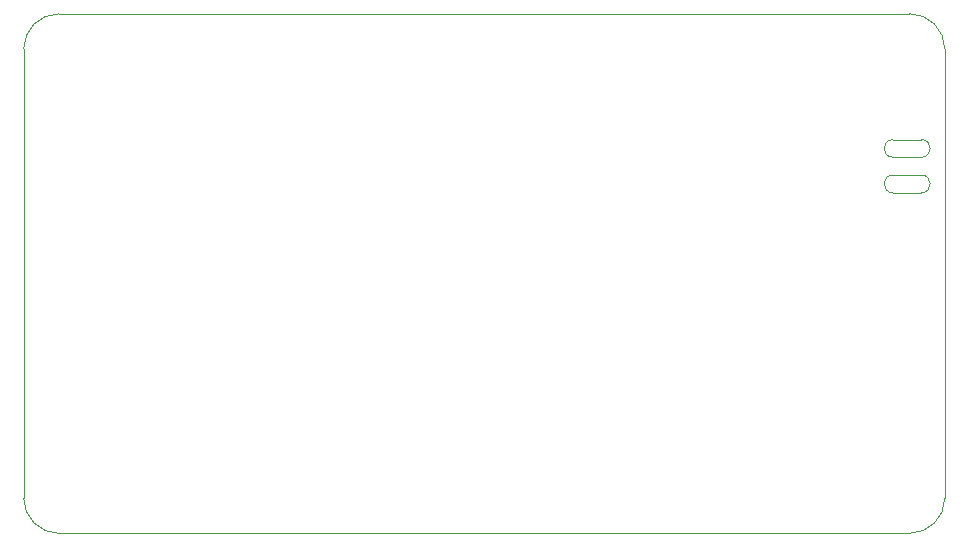
<source format=gm1>
G04 #@! TF.GenerationSoftware,KiCad,Pcbnew,7.0.2*
G04 #@! TF.CreationDate,2023-06-01T00:45:36-07:00*
G04 #@! TF.ProjectId,Reflow Skillet Rev 1,5265666c-6f77-4205-936b-696c6c657420,rev?*
G04 #@! TF.SameCoordinates,Original*
G04 #@! TF.FileFunction,Profile,NP*
%FSLAX46Y46*%
G04 Gerber Fmt 4.6, Leading zero omitted, Abs format (unit mm)*
G04 Created by KiCad (PCBNEW 7.0.2) date 2023-06-01 00:45:36*
%MOMM*%
%LPD*%
G01*
G04 APERTURE LIST*
G04 #@! TA.AperFunction,Profile*
%ADD10C,0.100000*%
G04 #@! TD*
G04 #@! TA.AperFunction,Profile*
%ADD11C,0.120000*%
G04 #@! TD*
G04 APERTURE END LIST*
D10*
X120000000Y-71000000D02*
G75*
G03*
X123000000Y-74000000I3000000J0D01*
G01*
X195000000Y-74000000D02*
G75*
G03*
X198000000Y-71000000I0J3000000D01*
G01*
X120000000Y-33000000D02*
X120000000Y-71000000D01*
X198000000Y-71000000D02*
X198000000Y-33000000D01*
X198000000Y-33000000D02*
G75*
G03*
X195000000Y-30000000I-3000000J0D01*
G01*
X123000000Y-30000000D02*
G75*
G03*
X120000000Y-33000000I0J-3000000D01*
G01*
X123000000Y-74000000D02*
X195000000Y-74000000D01*
X195000000Y-30000000D02*
X123000000Y-30000000D01*
D11*
X196000000Y-45155000D02*
X193600000Y-45155000D01*
X196000000Y-43655000D02*
X193600000Y-43655000D01*
X196000000Y-42155000D02*
X193600000Y-42155000D01*
X196000000Y-40655000D02*
X193600000Y-40655000D01*
X193600000Y-43655000D02*
G75*
G03*
X193600000Y-45155000I0J-750000D01*
G01*
X196000000Y-45155000D02*
G75*
G03*
X196000000Y-43655000I0J750000D01*
G01*
X193600000Y-40655000D02*
G75*
G03*
X193600000Y-42155000I0J-750000D01*
G01*
X196000000Y-42155000D02*
G75*
G03*
X196000000Y-40655000I0J750000D01*
G01*
M02*

</source>
